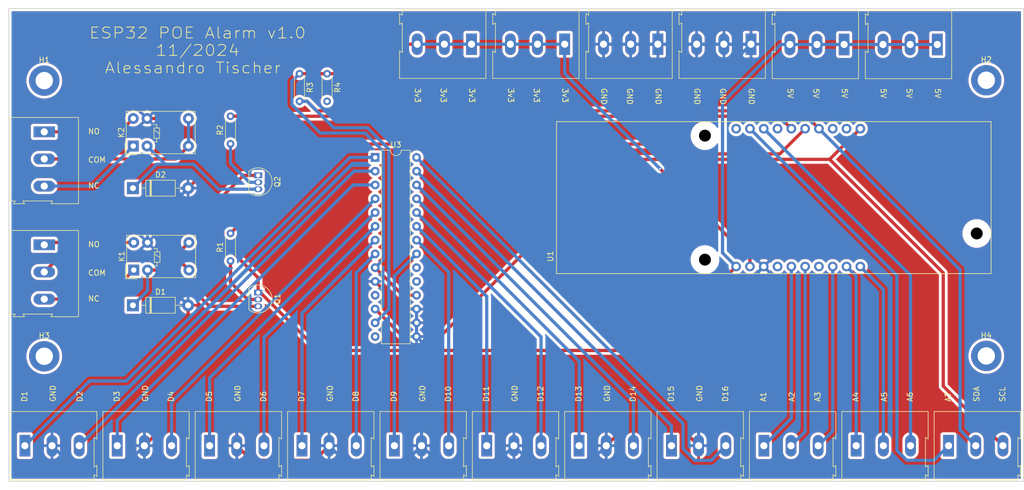
<source format=kicad_pcb>
(kicad_pcb (version 20240108) (generator "pcbnew") (generator_version "8.0")
  (layers (0 "F.Cu" signal) (31 "B.Cu" signal) (34 "B.Paste" user) (35 "F.Paste" user) (36 "B.SilkS" user "B.Silkscreen") (37 "F.SilkS" user "F.Silkscreen") (38 "B.Mask" user) (39 "F.Mask" user) (44 "Edge.Cuts" user))
  (net 0 "")
  (net 1 "Net-(D1-K)")
  (net 2 "GND")
  (net 3 "Net-(D2-K)")
  (net 4 "Net-(J1-Pin_3)")
  (net 5 "Net-(J1-Pin_1)")
  (net 6 "Net-(J2-Pin_1)")
  (net 7 "Net-(J2-Pin_3)")
  (net 8 "Net-(J3-Pin_3)")
  (net 9 "Net-(J3-Pin_1)")
  (net 10 "Net-(J4-Pin_1)")
  (net 11 "Net-(J4-Pin_3)")
  (net 12 "Net-(J5-Pin_3)")
  (net 13 "Net-(J5-Pin_1)")
  (net 14 "Net-(J6-Pin_3)")
  (net 15 "Net-(J6-Pin_1)")
  (net 16 "Net-(J7-Pin_3)")
  (net 17 "Net-(J7-Pin_1)")
  (net 18 "Net-(J8-Pin_1)")
  (net 19 "Net-(J8-Pin_3)")
  (net 20 "Net-(J9-Pin_1)")
  (net 21 "Net-(J9-Pin_3)")
  (net 22 "Net-(J10-Pin_3)")
  (net 23 "Net-(J10-Pin_1)")
  (net 24 "Net-(J18-Pin_1)")
  (net 25 "Net-(J18-Pin_3)")
  (net 26 "Net-(J18-Pin_2)")
  (net 27 "Net-(J19-Pin_2)")
  (net 28 "Net-(J19-Pin_1)")
  (net 29 "Net-(J19-Pin_3)")
  (net 30 "+5V")
  (net 31 "Net-(Q1-B)")
  (net 32 "Net-(Q2-B)")
  (net 33 "Net-(U1-GPIO32)")
  (net 34 "Net-(U1-GPIO33)")
  (net 35 "+3.3V")
  (net 36 "Net-(J9-Pin_2)")
  (net 37 "Net-(J10-Pin_2)")
  (net 41 "Net-(J11-Pin_1)")
  (net 44 "Net-(J11-Pin_3)")
  (net 45 "Net-(J11-Pin_2)")
  (footprint "Library:ScrewTerminal" (layer "F.Cu") (at 151.524 146.02)
    (property "Reference" "J9" (hide yes))
    (property "Value" "Screw_Terminal_01x03")
  )
  (footprint "Library:ScrewTerminal" (layer "F.Cu") (at 183.46 72.08 180)
    (property "Reference" "J12" (hide yes))
    (property "Value" "Screw_Terminal_01x03")
  )
  (footprint "Library:ScrewTerminal" (layer "F.Cu") (at 114.86 72.03 180)
    (property "Reference" "J16" (hide yes))
    (property "Value" "Screw_Terminal_01x03")
  )
  (footprint "Relay_THT:Relay_SPDT_Omron_G5V-1" (layer "F.Cu") (at 35.5225 113.6475 90)
    (property "Reference" "K1")
    (property "Value" "G5V-1")
  )
  (footprint "MountingHole:MountingHole_3.2mm_M3_DIN965_Pad" (layer "F.Cu") (at 192.48 78.67)
    (property "Reference" "H2")
    (property "Value" "MountingHole")
  )
  (footprint "MountingHole:MountingHole_3.2mm_M3_DIN965_Pad" (layer "F.Cu") (at 19.05 129.54)
    (property "Reference" "H3")
    (property "Value" "MountingHole")
  )
  (footprint "Library:ScrewTerminal" (layer "F.Cu") (at 66.4965 146.02)
    (property "Reference" "J4" (hide yes))
    (property "Value" "Screw_Terminal_01x03")
  )
  (footprint "Resistor_THT:R_Axial_DIN0204_L3.6mm_D1.6mm_P5.08mm_Horizontal" (layer "F.Cu") (at 53.34 90.3795 90)
    (property "Reference" "R2")
    (property "Value" "1000")
  )
  (footprint "Relay_THT:Relay_SPDT_Omron_G5V-1" (layer "F.Cu") (at 35.4385 90.7995 90)
    (property "Reference" "K2")
    (property "Value" "G5V-1")
  )
  (footprint "Library:ScrewTerminal" (layer "F.Cu") (at 83.502 146.02)
    (property "Reference" "J5" (hide yes))
    (property "Value" "Screw_Terminal_01x03")
  )
  (footprint "Library:ScrewTerminal" (layer "F.Cu") (at 97.71 72.03 180)
    (property "Reference" "J17" (hide yes))
    (property "Value" "Screw_Terminal_01x03")
  )
  (footprint "Package_DIP:DIP-28_W7.62mm" (layer "F.Cu") (at 79.97 92.89)
    (property "Reference" "U3")
    (property "Value" "MCP23017_SP")
  )
  (footprint "Library:ScrewTerminal" (layer "F.Cu") (at 132.01 72.03 180)
    (property "Reference" "J15" (hide yes))
    (property "Value" "Screw_Terminal_01x03")
  )
  (footprint "Library:ScrewTerminal" (layer "F.Cu") (at 134.5185 146.02)
    (property "Reference" "J8" (hide yes))
    (property "Value" "Screw_Terminal_01x03")
  )
  (footprint "Resistor_THT:R_Axial_DIN0204_L3.6mm_D1.6mm_P5.08mm_Horizontal" (layer "F.Cu") (at 53.34 111.9695 90)
    (property "Reference" "R1")
    (property "Value" "1000")
  )
  (footprint "Diode_THT:D_DO-41_SOD81_P10.16mm_Horizontal" (layer "F.Cu") (at 35.376 98.552)
    (property "Reference" "D2")
    (property "Value" "1N4007")
  )
  (footprint "Library:ScrewTerminal" (layer "F.Cu") (at 49.491 146.02)
    (property "Reference" "J3" (hide yes))
    (property "Value" "Screw_Terminal_01x03")
  )
  (footprint "Library:ScrewTerminal" (layer "F.Cu") (at 168.5295 146.02)
    (property "Reference" "J10" (hide yes))
    (property "Value" "Screw_Terminal_01x03")
  )
  (footprint "Library:ScrewTerminal" (layer "F.Cu") (at 19.05 109.005 -90)
    (property "Reference" "J18" (hide yes))
    (property "Value" "Screw_Terminal_01x03")
  )
  (footprint "MountingHole:MountingHole_3.2mm_M3_DIN965_Pad" (layer "F.Cu") (at 192.48 129.47)
    (property "Reference" "H4")
    (property "Value" "MountingHole")
  )
  (footprint "Resistor_THT:R_Axial_DIN0204_L3.6mm_D1.6mm_P5.08mm_Horizontal" (layer "F.Cu") (at 66.04 77.47 -90)
    (property "Reference" "R3")
    (property "Value" "2200")
  )
  (footprint "MountingHole:MountingHole_3.2mm_M3_DIN965_Pad" (layer "F.Cu") (at 19.05 78.74)
    (property "Reference" "H1")
    (property "Value" "MountingHole")
  )
  (footprint "Diode_THT:D_DO-41_SOD81_P10.16mm_Horizontal" (layer "F.Cu") (at 35.376 120.142)
    (property "Reference" "D1")
    (property "Value" "1N4007")
  )
  (footprint "Library:ScrewTerminal" (layer "F.Cu") (at 15.48 146.02)
    (property "Reference" "J1" (hide yes))
    (property "Value" "Screw_Terminal_01x03")
  )
  (footprint "Library:ScrewTerminal" (layer "F.Cu") (at 166.31 72.08 180)
    (property "Reference" "J13" (hide yes))
    (property "Value" "Screw_Terminal_01x03")
  )
  (footprint "Library:MODULE_ESP32-POE" (layer "F.Cu") (at 153.357 100.296 90)
    (property "Reference" "U1")
    (property "Value" "ESP32-POE")
  )
  (footprint "Package_TO_SOT_THT:TO-92L_Inline" (layer "F.Cu") (at 58.42 117.792 -90)
    (property "Reference" "Q1")
    (property "Value" "BC547")
  )
  (footprint "Library:ScrewTerminal" (layer "F.Cu") (at 185.535 146.02)
    (property "Reference" "J11" (hide yes))
    (property "Value" "Screw_Terminal_01x03")
  )
  (footprint "Library:ScrewTerminal" (layer "F.Cu") (at 19.05 88.177 -90)
    (property "Reference" "J19" (hide yes))
    (property "Value" "Screw_Terminal_01x03")
  )
  (footprint "Package_TO_SOT_THT:TO-92L_Inline" (layer "F.Cu") (at 58.42 96.202 -90)
    (property "Reference" "Q2")
    (property "Value" "BC547")
  )
  (footprint "Library:ScrewTerminal" (layer "F.Cu") (at 149.16 72.03 180)
    (property "Reference" "J14" (hide yes))
    (property "Value" "Screw_Terminal_01x03")
  )
  (footprint "Library:ScrewTerminal" (layer "F.Cu") (at 100.5075 146.02)
    (property "Reference" "J6" (hide yes))
    (property "Value" "Screw_Terminal_01x03")
  )
  (footprint "Library:ScrewTerminal" (layer "F.Cu") (at 117.513 146.02)
    (property "Reference" "J7" (hide yes))
    (property "Value" "Screw_Terminal_01x03")
  )
  (footprint "Resistor_THT:R_Axial_DIN0204_L3.6mm_D1.6mm_P5.08mm_Horizontal" (layer "F.Cu") (at 71.12 77.47 -90)
    (property "Reference" "R4")
    (property "Value" "2200")
  )
  (footprint "Library:ScrewTerminal" (layer "F.Cu") (at 32.4855 146.02)
    (property "Reference" "J2" (hide yes))
    (property "Value" "Screw_Terminal_01x03")
  )
  (gr_rect (start 12.52 65.47) (end 199.35 152.59) (stroke (width 0.15)) (fill none) (layer "Edge.Cuts"))
  (gr_text "ESP32 POE Alarm v1.0\n11/2024\nAlessandro Tischer " (at 47.28 77.56 0) (layer "F.SilkS") (effects (font (size 2 2.3) (thickness 0.15) (bold yes)) (justify bottom)))
  (segment (start 49.4669 120.332) (end 42.7824 113.6475) (width 0.6) (layer "F.Cu") (net 1))
  (segment (start 42.7824 113.6475) (end 38.0625 113.6475) (width 0.6) (layer "F.Cu") (net 1))
  (segment (start 58.42 120.332) (end 56.9683 120.332) (width 0.6) (layer "F.Cu") (net 1))
  (segment (start 56.9683 120.332) (end 49.4669 120.332) (width 0.6) (layer "F.Cu") (net 1))
  (segment (start 35.376 120.142) (end 38.0625 117.4555) (width 0.6) (layer "B.Cu") (net 1))
  (segment (start 38.0625 117.4555) (end 38.0625 113.6475) (width 0.6) (layer "B.Cu") (net 1))
  (segment (start 87.59 120.83) (end 85.05 120.83) (width 0.6) (layer "F.Cu") (net 2))
  (segment (start 68.7965 148.72) (end 57.191 148.72) (width 0.6) (layer "F.Cu") (net 2))
  (segment (start 45.536 137.21) (end 45.536 137.9695) (width 0.6) (layer "F.Cu") (net 2))
  (segment (start 37.9785 85.7195) (end 42.9258 85.7195) (width 0.6) (layer "F.Cu") (net 2))
  (segment (start 136.8187 143.3202) (end 125.2128 143.3202) (width 0.6) (layer "F.Cu") (net 2))
  (segment (start 57.191 148.72) (end 54.491 146.02) (width 0.6) (layer "F.Cu") (net 2))
  (segment (start 45.536 137.9695) (end 37.4855 146.02) (width 0.6) (layer "F.Cu") (net 2))
  (segment (start 48.65 95.438) (end 45.536 98.552) (width 0.6) (layer "F.Cu") (net 2))
  (segment (start 139.5185 146.02) (end 136.8187 143.3202) (width 0.6) (layer "F.Cu") (net 2))
  (segment (start 54.491 143.481) (end 45.61 134.6) (width 0.6) (layer "F.Cu") (net 2))
  (segment (start 125.2128 143.3202) (end 122.513 146.02) (width 0.6) (layer "F.Cu") (net 2))
  (segment (start 48.65 91.4437) (end 48.65 95.438) (width 0.6) (layer "F.Cu") (net 2))
  (segment (start 54.491 146.02) (end 54.491 143.481) (width 0.6) (layer "F.Cu") (net 2))
  (segment (start 85.05 120.83) (end 79.97 115.75) (width 0.6) (layer "F.Cu") (net 2))
  (segment (start 71.4965 146.02) (end 68.7965 148.72) (width 0.6) (layer "F.Cu") (net 2))
  (segment (start 45.536 120.142) (end 45.536 137.21) (width 0.6) (layer "F.Cu") (net 2))
  (segment (start 42.9258 85.7195) (end 48.65 91.4437) (width 0.6) (layer "F.Cu") (net 2))
  (segment (start 71.4965 146.02) (end 74.1908 148.7143) (width 0.6) (layer "B.Cu") (net 2))
  (segment (start 144.3199 120.1831) (end 139.5185 124.9845) (width 0.6) (layer "B.Cu") (net 2))
  (segment (start 144.3199 120.1831) (end 136.17 112.0332) (width 0.6) (layer "B.Cu") (net 2))
  (segment (start 40.6703 103.4203) (end 40.669 103.419) (width 0.6) (layer "B.Cu") (net 2))
  (segment (start 38.0625 108.5675) (end 38.0625 106.0255) (width 0.6) (layer "B.Cu") (net 2))
  (segment (start 87.59 120.83) (end 87.59 123.37) (width 0.6) (layer "B.Cu") (net 2))
  (segment (start 88.502 146.02) (end 88.502 126.822) (width 0.6) (layer "B.Cu") (net 2))
  (segment (start 38.0625 106.0255) (end 45.536 98.552) (width 0.6) (layer "B.Cu") (net 2))
  (segment (start 87.59 123.37) (end 87.59 125.91) (width 0.6) (layer "B.Cu") (net 2))
  (segment (start 45.536 120.142) (end 40.6703 115.2763) (width 0.6) (layer "B.Cu") (net 2))
  (segment (start 74.1908 148.7143) (end 85.8077 148.7143) (width 0.6) (layer "B.Cu") (net 2))
  (segment (start 88.502 126.822) (end 87.59 125.91) (width 0.6) (layer "B.Cu") (net 2))
  (segment (start 136.17 85.02) (end 149.16 72.03) (width 0.6) (layer "B.Cu") (net 2))
  (segment (start 85.8077 148.7143) (end 88.502 146.02) (width 0.6) (layer "B.Cu") (net 2))
  (segment (start 139.16 72.03) (end 137.4683 72.03) (width 0.6) (layer "B.Cu") (net 2))
  (segment (start 102.7973 148.7302) (end 91.2122 148.7302) (width 0.6) (layer "B.Cu") (net 2))
  (segment (start 144.16 72.03) (end 149.16 72.03) (width 0.6) (layer "B.Cu") (net 2))
  (segment (start 139.5185 124.9845) (end 139.5185 146.02) (width 0.6) (layer "B.Cu") (net 2))
  (segment (start 151.507 112.996) (end 144.3199 120.1831) (width 0.6) (layer "B.Cu") (net 2))
  (segment (start 137.4683 72.03) (end 132.01 72.03) (width 0.6) (layer "B.Cu") (net 2))
  (segment (start 91.2122 148.7302) (end 88.502 146.02) (width 0.6) (layer "B.Cu") (net 2))
  (segment (start 144.16 72.03) (end 139.16 72.03) (width 0.6) (layer "B.Cu") (net 2))
  (segment (start 105.5075 146.02) (end 102.7973 148.7302) (width 0.6) (layer "B.Cu") (net 2))
  (segment (start 37.4855 146.02) (end 34.7753 148.7302) (width 0.6) (layer "B.Cu") (net 2))
  (segment (start 34.7753 148.7302) (end 23.1902 148.7302) (width 0.6) (layer "B.Cu") (net 2))
  (segment (start 40.6703 115.2763) (end 40.6703 103.4203) (width 0.6) (layer "B.Cu") (net 2))
  (segment (start 136.17 112.0332) (end 136.17 85.02) (width 0.6) (layer "B.Cu") (net 2))
  (segment (start 127.01 72.03) (end 132.01 72.03) (width 0.6) (layer "B.Cu") (net 2))
  (segment (start 119.8028 148.7302) (end 108.2177 148.7302) (width 0.6) (layer "B.Cu") (net 2))
  (segment (start 23.1902 148.7302) (end 20.48 146.02) (width 0.6) (layer "B.Cu") (net 2))
  (segment (start 122.01 72.03) (end 127.01 72.03) (width 0.6) (layer "B.Cu") (net 2))
  (segment (start 108.2177 148.7302) (end 105.5075 146.02) (width 0.6) (layer "B.Cu") (net 2))
  (segment (start 122.513 146.02) (end 119.8028 148.7302) (width 0.6) (layer "B.Cu") (net 2))
  (segment (start 41.3268 94.1478) (end 37.9785 90.7995) (width 0.6) (layer "B.Cu") (net 3))
  (segment (start 35.376 98.552) (end 39.7802 94.1478) (width 0.6) (layer "B.Cu") (net 3))
  (segment (start 39.7802 94.1478) (end 46.5476 94.1478) (width 0.6) (layer "B.Cu") (net 3))
  (segment (start 51.1418 98.742) (end 58.42 98.742) (width 0.6) (layer "B.Cu") (net 3))
  (segment (start 46.5476 94.1478) (end 51.1418 98.742) (width 0.6) (layer "B.Cu") (net 3))
  (segment (start 76.06 95.43) (end 25.48 146.01) (width 0.6) (layer "B.Cu") (net 4))
  (segment (start 79.97 95.43) (end 76.06 95.43) (width 0.6) (layer "B.Cu") (net 4))
  (segment (start 25.48 146.01) (end 25.48 146.02) (width 0.6) (layer "B.Cu") (net 4))
  (segment (start 34.1411 134.0849) (end 75.336 92.89) (width 0.6) (layer "B.Cu") (net 5))
  (segment (start 27.4151 134.0849) (end 34.1411 134.0849) (width 0.6) (layer "B.Cu") (net 5))
  (segment (start 15.48 146.02) (end 27.4151 134.0849) (width 0.6) (layer "B.Cu") (net 5))
  (segment (start 75.336 92.89) (end 79.97 92.89) (width 0.6) (layer "B.Cu") (net 5))
  (segment (start 75.9123 97.97) (end 78.4683 97.97) (width 0.6) (layer "B.Cu") (net 6))
  (segment (start 32.4855 146.02) (end 32.4855 141.3968) (width 0.6) (layer "B.Cu") (net 6))
  (segment (start 79.97 97.97) (end 78.4683 97.97) (width 0.6) (layer "B.Cu") (net 6))
  (segment (start 32.4855 141.3968) (end 75.9123 97.97) (width 0.6) (layer "B.Cu") (net 6))
  (segment (start 79.97 100.51) (end 42.4855 137.9945) (width 0.6) (layer "B.Cu") (net 7))
  (segment (start 42.4855 137.9945) (end 42.4855 146.02) (width 0.6) (layer "B.Cu") (net 7))
  (segment (start 59.491 146.02) (end 59.491 126.069) (width 0.6) (layer "B.Cu") (net 8))
  (segment (start 59.491 126.069) (end 79.97 105.59) (width 0.6) (layer "B.Cu") (net 8))
  (segment (start 49.491 146.02) (end 49.491 133.529) (width 0.6) (layer "B.Cu") (net 9))
  (segment (start 49.491 133.529) (end 79.97 103.05) (width 0.6) (layer "B.Cu") (net 9))
  (segment (start 79.97 108.13) (end 66.4965 121.6035) (width 0.6) (layer "B.Cu") (net 10))
  (segment (start 66.4965 121.6035) (end 66.4965 146.02) (width 0.6) (layer "B.Cu") (net 10))
  (segment (start 76.4965 114.1435) (end 76.4965 146.02) (width 0.6) (layer "B.Cu") (net 11))
  (segment (start 79.97 110.67) (end 76.4965 114.1435) (width 0.6) (layer "B.Cu") (net 11))
  (segment (start 87.59 108.13) (end 93.502 114.042) (width 0.6) (layer "B.Cu") (net 12))
  (segment (start 93.502 114.042) (end 93.502 146.02) (width 0.6) (layer "B.Cu") (net 12))
  (segment (start 83.502 114.758) (end 87.59 110.67) (width 0.6) (layer "B.Cu") (net 13))
  (segment (start 83.502 146.02) (end 83.502 114.758) (width 0.6) (layer "B.Cu") (net 13))
  (segment (start 110.5075 125.9675) (end 87.59 103.05) (width 0.6) (layer "B.Cu") (net 14))
  (segment (start 110.5075 146.02) (end 110.5075 125.9675) (width 0.6) (layer "B.Cu") (net 14))
  (segment (start 87.59 105.59) (end 100.5075 118.5075) (width 0.6) (layer "B.Cu") (net 15))
  (segment (start 100.5075 118.5075) (end 100.5075 146.02) (width 0.6) (layer "B.Cu") (net 15))
  (segment (start 127.513 137.893) (end 87.59 97.97) (width 0.6) (layer "B.Cu") (net 16))
  (segment (start 127.513 146.02) (end 127.513 137.893) (width 0.6) (layer "B.Cu") (net 16))
  (segment (start 117.513 130.433) (end 87.59 100.51) (width 0.6) (layer "B.Cu") (net 17))
  (segment (start 117.513 146.02) (end 117.513 130.433) (width 0.6) (layer "B.Cu") (net 17))
  (segment (start 134.5185 142.3585) (end 87.59 95.43) (width 0.6) (layer "B.Cu") (net 18))
  (segment (start 134.5185 146.02) (end 134.5185 142.3585) (width 0.6) (layer "B.Cu") (net 18))
  (segment (start 141.812 148.7265) (end 138.8163 148.7265) (width 0.6) (layer "B.Cu") (net 19))
  (segment (start 136.6648 141.9648) (end 87.59 92.89) (width 0.6) (layer "B.Cu") (net 19))
  (segment (start 144.5185 146.02) (end 141.812 148.7265) (width 0.6) (layer "B.Cu") (net 19))
  (segment (start 138.8163 148.7265) (end 136.6648 146.575) (width 0.6) (layer "B.Cu") (net 19))
  (segment (start 136.6648 146.575) (end 136.6648 141.9648) (width 0.6) (layer "B.Cu") (net 19))
  (segment (start 156.587 140.957) (end 151.524 146.02) (width 0.6) (layer "B.Cu") (net 20))
  (segment (start 156.587 112.996) (end 156.587 140.957) (width 0.6) (layer "B.Cu") (net 20))
  (segment (start 164.207 112.996) (end 164.207 143.337) (width 0.6) (layer "B.Cu") (net 21))
  (segment (start 164.207 143.337) (end 161.524 146.02) (width 0.6) (layer "B.Cu") (net 21))
  (segment (start 151.507 87.596) (end 178.5295 114.6185) (width 0.6) (layer "B.Cu") (net 22))
  (segment (start 178.5295 114.6185) (end 178.5295 146.02) (width 0.6) (layer "B.Cu") (net 22))
  (segment (start 166.747 112.996) (end 168.5295 114.7785) (width 0.6) (layer "B.Cu") (net 23))
  (segment (start 168.5295 114.7785) (end 168.5295 146.02) (width 0.6) (layer "B.Cu") (net 23))
  (segment (start 19.4875 108.5675) (end 35.5225 108.5675) (width 0.6) (layer "F.Cu") (net 24))
  (segment (start 19.05 109.005) (end 19.4875 108.5675) (width 0.6) (layer "F.Cu") (net 24))
  (segment (start 19.05 119.005) (end 30.165 119.005) (width 0.6) (layer "F.Cu") (net 25))
  (segment (start 30.165 119.005) (end 35.5225 113.6475) (width 0.6) (layer "F.Cu") (net 25))
  (segment (start 42.3488 111.9012) (end 45.6825 108.5675) (width 0.6) (layer "F.Cu") (net 26))
  (segment (start 43.9362 111.9012) (end 45.6825 113.6475) (width 0.6) (layer "F.Cu") (net 26))
  (segment (start 21.1538 111.9012) (end 43.9362 111.9012) (width 0.6) (layer "F.Cu") (net 26))
  (segment (start 19.05 114.005) (end 21.1538 111.9012) (width 0.6) (layer "F.Cu") (net 26))
  (segment (start 19.05 93.177) (end 43.221 93.177) (width 0.6) (layer "F.Cu") (net 27))
  (segment (start 43.221 93.177) (end 45.5985 90.7995) (width 0.6) (layer "F.Cu") (net 27))
  (segment (start 45.5985 85.7195) (end 45.5985 90.7995) (width 0.6) (layer "B.Cu") (net 27))
  (segment (start 32.981 88.177) (end 35.4385 85.7195) (width 0.6) (layer "F.Cu") (net 28))
  (segment (start 19.05 88.177) (end 32.981 88.177) (width 0.6) (layer "F.Cu") (net 28))
  (segment (start 28.061 98.177) (end 35.4385 90.7995) (width 0.6) (layer "B.Cu") (net 29))
  (segment (start 19.05 98.177) (end 28.061 98.177) (width 0.6) (layer "B.Cu") (net 29))
  (segment (start 51.9186 100.0014) (end 51.9186 108.5657) (width 0.6) (layer "F.Cu") (net 30))
  (segment (start 51.9186 108.5657) (end 58.42 115.0671) (width 0.6) (layer "F.Cu") (net 30))
  (segment (start 58.42 96.202) (end 55.718 96.202) (width 0.6) (layer "F.Cu") (net 30))
  (segment (start 58.42 117.792) (end 58.824569 117.792) (width 0.6) (layer "F.Cu") (net 30))
  (segment (start 55.718 96.202) (end 51.9186 100.0014) (width 0.6) (layer "F.Cu") (net 30))
  (segment (start 58.824569 117.792) (end 69.501269 128.4687) (width 0.6) (layer "F.Cu") (net 30))
  (segment (start 58.42 115.0671) (end 58.42 117.792) (width 0.6) (layer "F.Cu") (net 30))
  (segment (start 130.9543 128.4687) (end 146.427 112.996) (width 0.6) (layer "F.Cu") (net 30))
  (segment (start 69.501269 128.4687) (end 130.9543 128.4687) (width 0.6) (layer "F.Cu") (net 30))
  (segment (start 143.92 110.489) (end 143.92 82.7783) (width 0.6) (layer "B.Cu") (net 30))
  (segment (start 166.31 72.08) (end 173.46 72.08) (width 0.6) (layer "B.Cu") (net 30))
  (segment (start 156.31 72.08) (end 161.31 72.08) (width 0.6) (layer "B.Cu") (net 30))
  (segment (start 178.46 72.08) (end 183.46 72.08) (width 0.6) (layer "B.Cu") (net 30))
  (segment (start 146.427 112.996) (end 143.92 110.489) (width 0.6) (layer "B.Cu") (net 30))
  (segment (start 173.46 72.08) (end 178.46 72.08) (width 0.6) (layer "B.Cu") (net 30))
  (segment (start 154.6183 72.08) (end 156.31 72.08) (width 0.6) (layer "B.Cu") (net 30))
  (segment (start 143.92 82.7783) (end 154.6183 72.08) (width 0.6) (layer "B.Cu") (net 30))
  (segment (start 161.31 72.08) (end 166.31 72.08) (width 0.6) (layer "B.Cu") (net 30))
  (segment (start 53.34 111.9695) (end 53.34 115.91) (width 0.6) (layer "F.Cu") (net 31))
  (segment (start 53.34 115.91) (end 56.492 119.062) (width 0.6) (layer "F.Cu") (net 31))
  (segment (start 56.492 119.062) (end 58.42 119.062) (width 0.6) (layer "F.Cu") (net 31))
  (segment (start 56.802 97.472) (end 53.34 94.01) (width 0.6) (layer "B.Cu") (net 32))
  (segment (start 58.42 97.472) (end 56.802 97.472) (width 0.6) (layer "B.Cu") (net 32))
  (segment (start 53.34 94.01) (end 53.34 90.3795) (width 0.6) (layer "B.Cu") (net 32))
  (segment (start 154.4791 92.2439) (end 132.5058 92.2439) (width 0.6) (layer "F.Cu") (net 33))
  (segment (start 69.7995 90.43) (end 53.34 106.8895) (width 0.6) (layer "F.Cu") (net 33))
  (segment (start 159.127 87.596) (end 154.4791 92.2439) (width 0.6) (layer "F.Cu") (net 33))
  (segment (start 130.6919 90.43) (end 69.7995 90.43) (width 0.6) (layer "F.Cu") (net 33))
  (segment (start 132.5058 92.2439) (end 130.6919 90.43) (width 0.6) (layer "F.Cu") (net 33))
  (segment (start 54.7432 85.301) (end 154.292 85.301) (width 0.6) (layer "F.Cu") (net 34))
  (segment (start 54.7417 85.2995) (end 54.7432 85.301) (width 0.6) (layer "F.Cu") (net 34))
  (segment (start 53.34 85.2995) (end 54.7417 85.2995) (width 0.6) (layer "F.Cu") (net 34))
  (segment (start 154.292 85.301) (end 156.587 87.596) (width 0.6) (layer "F.Cu") (net 34))
  (segment (start 87.59 118.29) (end 85.05 118.29) (width 0.6) (layer "F.Cu") (net 35))
  (segment (start 86.0183 72.03) (end 80.5783 77.47) (width 0.6) (layer "F.Cu") (net 35))
  (segment (start 148.967 111.5385) (end 132.4094 94.9809) (width 0.6) (layer "F.Cu") (net 35))
  (segment (start 71.12 77.47) (end 66.04 77.47) (width 0.6) (layer "F.Cu") (net 35))
  (segment (start 80.5783 77.47) (end 71.12 77.47) (width 0.6) (layer "F.Cu") (net 35))
  (segment (start 87.71 72.03) (end 86.0183 72.03) (width 0.6) (layer "F.Cu") (net 35))
  (segment (start 148.967 112.996) (end 148.967 111.5385) (width 0.6) (layer "F.Cu") (net 35))
  (segment (start 85.05 118.29) (end 79.97 113.21) (width 0.6) (layer "F.Cu") (net 35))
  (via (at 132.4094 94.9809) (size 0.6) (drill 0.3) (layers "F.Cu" "B.Cu") (net 35))
  (segment (start 69.8726 88.4) (end 78.0936 88.4) (width 0.6) (layer "B.Cu") (net 35))
  (segment (start 97.71 72.03) (end 104.86 72.03) (width 0.6) (layer "B.Cu") (net 35))
  (segment (start 114.86 77.4315) (end 132.4094 94.9809) (width 0.6) (layer "B.Cu") (net 35))
  (segment (start 81.482 91.7884) (end 81.482 111.698) (width 0.6) (layer "B.Cu") (net 35))
  (segment (start 92.71 72.03) (end 87.71 72.03) (width 0.6) (layer "B.Cu") (net 35))
  (segment (start 66.04 77.47) (end 64.6306 78.8794) (width 0.6) (layer "B.Cu") (net 35))
  (segment (start 114.86 72.03) (end 111.5517 72.03) (width 0.6) (layer "B.Cu") (net 35))
  (segment (start 81.482 111.698) (end 79.97 113.21) (width 0.6) (layer "B.Cu") (net 35))
  (segment (start 114.86 72.03) (end 114.86 77.4315) (width 0.6) (layer "B.Cu") (net 35))
  (segment (start 64.6306 83.158) (end 69.8726 88.4) (width 0.6) (layer "B.Cu") (net 35))
  (segment (start 109.86 72.03) (end 111.5517 72.03) (width 0.6) (layer "B.Cu") (net 35))
  (segment (start 64.6306 78.8794) (end 64.6306 83.158) (width 0.6) (layer "B.Cu") (net 35))
  (segment (start 92.71 72.03) (end 97.71 72.03) (width 0.6) (layer "B.Cu") (net 35))
  (segment (start 104.86 72.03) (end 109.86 72.03) (width 0.6) (layer "B.Cu") (net 35))
  (segment (start 78.0936 88.4) (end 81.482 91.7884) (width 0.6) (layer "B.Cu") (net 35))
  (segment (start 159.127 112.996) (end 159.127 143.417) (width 0.6) (layer "B.Cu") (net 36))
  (segment (start 159.127 143.417) (end 156.524 146.02) (width 0.6) (layer "B.Cu") (net 36))
  (segment (start 173.5295 117.2385) (end 173.5295 146.02) (width 0.6) (layer "B.Cu") (net 37))
  (segment (start 169.287 112.996) (end 173.5295 117.2385) (width 0.6) (layer "B.Cu") (net 37))
  (segment (start 148.967 87.596) (end 176.0295 114.6585) (width 0.6) (layer "B.Cu") (net 41))
  (segment (start 176.0295 146.9041) (end 177.8337 148.7083) (width 0.6) (layer "B.Cu") (net 41))
  (segment (start 182.8467 148.7083) (end 185.535 146.02) (width 0.6) (layer "B.Cu") (net 41))
  (segment (start 177.8337 148.7083) (end 182.8467 148.7083) (width 0.6) (layer "B.Cu") (net 41))
  (segment (start 176.0295 114.6585) (end 176.0295 146.9041) (width 0.6) (layer "B.Cu") (net 41))
  (segment (start 86.5551 127.4151) (end 79.97 120.83) (width 0.6) (layer "F.Cu") (net 44))
  (segment (start 184.5544 114.1726) (end 184.5544 135.0394) (width 0.6) (layer "F.Cu") (net 44))
  (segment (start 163.6324 93.2506) (end 184.5544 114.1726) (width 0.6) (layer "F.Cu") (net 44))
  (segment (start 90.4343 127.4151) (end 86.5551 127.4151) (width 0.6) (layer "F.Cu") (net 44))
  (segment (start 169.287 87.596) (end 163.6324 93.2506) (width 0.6) (layer "F.Cu") (net 44))
  (segment (start 163.6324 93.2506) (end 124.5988 93.2506) (width 0.6) (layer "F.Cu") (net 44))
  (segment (start 184.5544 135.0394) (end 195.535 146.02) (width 0.6) (layer "F.Cu") (net 44))
  (segment (start 124.5988 93.2506) (end 90.4343 127.4151) (width 0.6) (layer "F.Cu") (net 44))
  (segment (start 161.667 87.596) (end 158.3703 84.2993) (width 0.6) (layer "F.Cu") (net 45))
  (segment (start 69.191 84.2993) (end 67.4417 82.55) (width 0.6) (layer "F.Cu") (net 45))
  (segment (start 66.04 82.55) (end 67.4417 82.55) (width 0.6) (layer "F.Cu") (net 45))
  (segment (start 158.3703 84.2993) (end 69.191 84.2993) (width 0.6) (layer "F.Cu") (net 45))
  (segment (start 72.3271 87.4354) (end 67.4417 82.55) (width 0.6) (layer "B.Cu") (net 45))
  (segment (start 82.4837 120.8563) (end 82.4837 91.3734) (width 0.6) (layer "B.Cu") (net 45))
  (segment (start 66.04 82.55) (end 67.4417 82.55) (width 0.6) (layer "B.Cu") (net 45))
  (segment (start 79.97 123.37) (end 82.4837 120.8563) (width 0.6) (layer "B.Cu") (net 45))
  (segment (start 190.535 146.02) (end 187.65 143.135) (width 0.6) (layer "B.Cu") (net 45))
  (segment (start 78.5457 87.4354) (end 72.3271 87.4354) (width 0.6) (layer "B.Cu") (net 45))
  (segment (start 187.65 113.579) (end 161.667 87.596) (width 0.6) (layer "B.Cu") (net 45))
  (segment (start 82.4837 91.3734) (end 78.5457 87.4354) (width 0.6) (layer "B.Cu") (net 45))
  (segment (start 187.65 143.135) (end 187.65 113.579) (width 0.6) (layer "B.Cu") (net 45))
  (zone (net 2) (net_name "GND") (layers "F&B.Cu") (connect_pads (clearance 0.5)) (min_thickness 0.25) (fill yes (thermal_gap 0.5) (thermal_bridge_width 0.5))
    (polygon (pts (xy 199.27 65.55) (xy 12.6 65.55) (xy 12.6 152.51) (xy 199.27 152.51)))
  )
)
</source>
